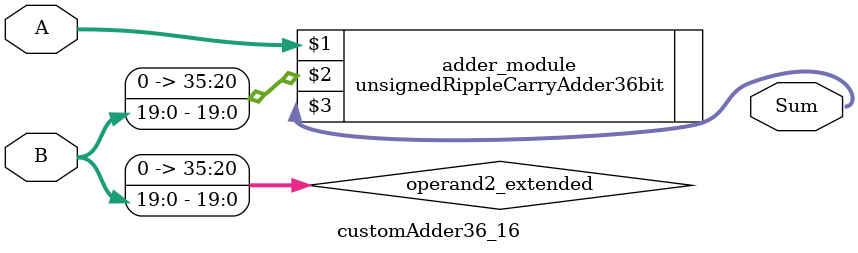
<source format=v>
module customAdder36_16(
                        input [35 : 0] A,
                        input [19 : 0] B,
                        
                        output [36 : 0] Sum
                );

        wire [35 : 0] operand2_extended;
        
        assign operand2_extended =  {16'b0, B};
        
        unsignedRippleCarryAdder36bit adder_module(
            A,
            operand2_extended,
            Sum
        );
        
        endmodule
        
</source>
